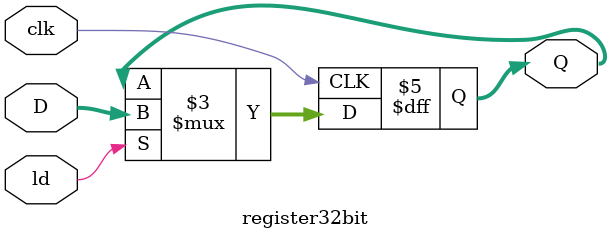
<source format=v>
module main;
//main is used strictly for testing purposes
    
parameter sim_time = 600;

wire [31:0] PA, PB; //output of reads of register file

reg [3:0] BD; //inputs to binary decoder 

reg rfLd; // register file load

reg clk; //clock

reg [31:0] PC; //32 bits Port C

reg [3:0] SA; //Select for MUX A
reg [3:0] SB; //Select for MUX B

registerfile regfile (PA, PB, PC, clk , rfLd, BD, SA, SB);

//simulation time
initial #sim_time $finish;

initial begin
  PC <= 0;
  repeat(15) #20 PC <= PC + 4;
end

//manejar clock
initial begin
  clk <= 1'b1;
  repeat(100) #10 clk = ~clk;
end

initial begin
    BD <= 1'b0;
  repeat(16) #20 BD <= BD + 4'b0001;
    BD <= 1'b0;
end



//prevents loading 
initial begin
    rfLd <= 1'b1;
    #320 rfLd <= 1'b0;
end


initial #330 begin

    SA <= 4'b0000;
    repeat(7) #10 SA <= SA + 4'b0001;
end

initial #330 begin
    SB <= 4'b1000;
    repeat(7) #10 SB <= SB + 4'b0001;
end


//Load to register 10
initial begin
    #440 begin
    BD <= 10;
    rfLd <= 1'b1;
    end
end

initial begin
    #430 PC <= 99;
end

initial begin
    #430 SA <= 10;
end

initial begin
  $display("Register File Test - By Wiliel Florenciani\n");
end

initial #0 begin
  $display("Load contents onto register - stage Register File\n");

  $display("         PA          PB         PC    Clock  Load  bdin   MuxA    MuxB   Time");
  $display("--------------------------------------------------------------------------------");
  $monitor("%d, %d, %d,     %b,     %b,   %d,   R%d,     R%d,  %0d",PA,PB,PC,clk,rfLd,BD,SA,SB,$time);
end

initial begin
    #330 begin
    $display("\n\nShow register contents - stage Register File\n");
    $display("         PA          PB         PC    Clock  Load  bdin   MuxA    MuxB   Time");
    $display("--------------------------------------------------------------------------------");
    end
end

initial begin
    #410 begin
    $display("\n\nRegister 10 unique number - stage Register File\n");
    $display("         PA          PB         PC    Clock  Load  bdin   MuxA    MuxB   Time");
    $display("--------------------------------------------------------------------------------");
    end
end

    
endmodule



module registerfile(output wire [31:0] PA, PB, input [31:0] PC, input clk, rfLd, input [3:0] BD, SA, SB);

wire [15:0] BDselect;

wire [31:0] I0, I1, I2, I3, I4, I5, I6, I7, I8, I9, I10, I11, I12, I13, I14, I15;



binaryDecoder16bit decoder (BDselect, BD, rfLd);

register32bit r0 (I0, PC, clk, BDselect[0]);
register32bit r1 (I1, PC, clk, BDselect[1]);
register32bit r2 (I2, PC, clk, BDselect[2]);
register32bit r3 (I3, PC, clk, BDselect[3]);
register32bit r4 (I4, PC, clk, BDselect[4]);
register32bit r5 (I5, PC, clk, BDselect[5]);
register32bit r6 (I6, PC, clk, BDselect[6]);
register32bit r7 (I7, PC, clk, BDselect[7]);
register32bit r8 (I8, PC, clk, BDselect[8]);
register32bit r9 (I9, PC, clk, BDselect[9]);
register32bit r10 (I10, PC, clk, BDselect[10]);
register32bit r11 (I11, PC, clk, BDselect[11]);
register32bit r12 (I12, PC, clk, BDselect[12]);
register32bit r13 (I13, PC, clk, BDselect[13]);
register32bit r14 (I14, PC, clk, BDselect[14]);
register32bit r15 (I15, PC, clk, BDselect[15]);


Multiplexer16x4 muxA (PA, I0, I1, I2, I3, I4, I5, I6, I7, I8, I9, I10, I11, I12, I13, I14, I15, SA);

Multiplexer16x4 muxB (PB, I0, I1, I2, I3, I4, I5, I6, I7, I8, I9, I10, I11, I12, I13, I14, I15, SB);

endmodule


// multiplexer16x4
module Multiplexer16x4(output reg [31:0] Q, input [31:0] I0, I1, I2, I3, I4, I5, I6, I7, I8, I9, I10, I11, I12, I13, I14, I15, input [3:0] S);
    
    always @ (*)
    begin
        case(S)
            4'h0: Q <= I0;
            4'h1: Q <= I1;
            4'h2: Q <= I2;
            4'h3: Q <= I3;
            4'h4: Q <= I4;
            4'h5: Q <= I5;
            4'h6: Q <= I6;
            4'h7: Q <= I7;
            4'h8: Q <= I8;
            4'h9: Q <= I9;
            4'ha: Q <= I10;
            4'hb: Q <= I11;
            4'hc: Q <= I12;
            4'hd: Q <= I13;
            4'he: Q <= I14;
            4'hf: Q <= I15;
        endcase
        end
    
endmodule 

module binaryDecoder16bit(output wire [15:0]E, input wire [3:0] d, input Ld);
    
    wire nd3, nd2, nd1, nd0;
    
    not(nd3, d[3]);
    not(nd2, d[2]);
    not(nd1, d[1]);
    not(nd0, d[0]);
                                                //Output wires
    and(E[0], nd3, nd2, nd1, nd0, Ld);          // wire 0
    and(E[1], nd3, nd2, nd1, d[0], Ld);         // wire 1
    and(E[2], nd3, nd2, d[1], nd0, Ld);         // wire 2
    and(E[3], nd3, nd2, d[1], d[0], Ld);        // wire 3
    and(E[4], nd3, d[2], nd1, nd0, Ld);         // wire 4
    and(E[5], nd3, d[2], nd1, d[0], Ld);        // wire 5
    and(E[6], nd3, d[2], d[1], nd0, Ld);        // wire 6
    and(E[7], nd3, d[2], d[1], d[0], Ld);       // wire 7
    and(E[8], d[3], nd2, nd1, nd0, Ld);         // wire 8
    and(E[9], d[3], nd2, nd1, d[0], Ld);        // wire 9
    and(E[10], d[3], nd2, d[1], nd0, Ld);       // wire 10
    and(E[11], d[3], nd2, d[1], d[0], Ld);      // wire 11
    and(E[12], d[3], d[2], nd1, nd0, Ld);       // wire 12
    and(E[13], d[3], d[2], nd1, d[0], Ld);      // wire 13
    and(E[14], d[3], d[2], d[1], nd0, Ld);      // wire 14
    and(E[15], d[3], d[2], d[1], d[0], Ld);     // wire 15
        
endmodule


module register32bit(output reg [31:0] Q, input [31:0] D, input clk, ld);
initial Q <= 32'd0;
  always @ (posedge clk)
  if(ld) Q <= D;
endmodule













</source>
